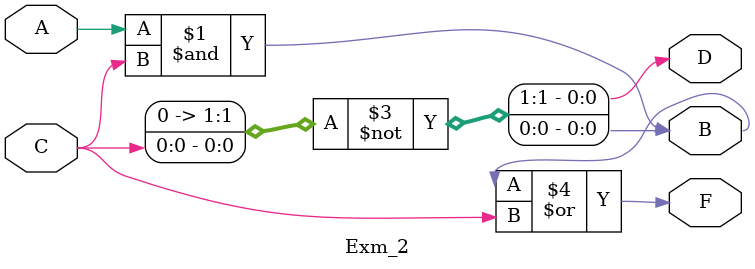
<source format=v>
`timescale 1ns / 1ps

module Exm_2(A, B, C, D, F); // Changed "Exm-2" to "Exm_2" as module names can't contain hyphens
    input A, C;
    output D, F, B; // Moved the output declaration to its own line and added a semicolon

    assign B = A & C; // Changed "==" to "=" for assignment
    assign {D, B} = ~C;    // Used the bitwise negation operator "~" to invert B and assign it to D
                          
    assign F = B | C; // Used the bitwise OR operator "|" to perform the OR operation and assign it to F

endmodule

</source>
